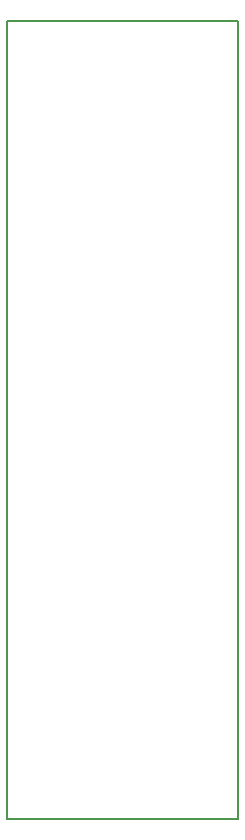
<source format=gbr>
%TF.GenerationSoftware,KiCad,Pcbnew,8.0.3*%
%TF.CreationDate,2024-07-18T21:09:06-07:00*%
%TF.ProjectId,wide_v1_4_layer,77696465-5f76-4315-9f34-5f6c61796572,V1*%
%TF.SameCoordinates,Original*%
%TF.FileFunction,Profile,NP*%
%FSLAX46Y46*%
G04 Gerber Fmt 4.6, Leading zero omitted, Abs format (unit mm)*
G04 Created by KiCad (PCBNEW 8.0.3) date 2024-07-18 21:09:06*
%MOMM*%
%LPD*%
G01*
G04 APERTURE LIST*
%TA.AperFunction,Profile*%
%ADD10C,0.200000*%
%TD*%
G04 APERTURE END LIST*
D10*
X68986400Y-70956320D02*
X88544400Y-70956320D01*
X88544400Y-138531600D01*
X68986400Y-138531600D01*
X68986400Y-70956320D01*
M02*

</source>
